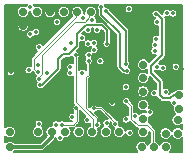
<source format=gbr>
%FSLAX35Y35*%
%MOIN*%
G04 EasyPC Gerber Version 18.0.9 Build 3640 *
%ADD96C,0.00300*%
%ADD10C,0.00500*%
%ADD14C,0.00800*%
%ADD15C,0.01200*%
%ADD95C,0.01400*%
%ADD12C,0.02800*%
X0Y0D02*
D02*
D10*
X1250Y4290D02*
G75*
G02X4439Y4080I1500J-1540D01*
G01*
X12821*
X15124Y6383*
G75*
G02X16697Y9939I1626J1406*
G01*
G75*
G02X19128Y11283I1417J307*
G01*
G75*
G02X21113Y11323I1014J-1037*
G01*
X23378*
G75*
G02X22187Y12750I259J1427*
G01*
G75*
G02X23946Y14167I1450*
G01*
Y14618*
G75*
G02X24191Y16811I1057J992*
G01*
X24099Y16900*
G75*
G02X23779Y17657I738J757*
G01*
Y26179*
G75*
G02X21922Y28394I-843J1180*
G01*
G75*
G02X23779Y30602I1041J1009*
G01*
Y32358*
G75*
G02X23431Y32992I1057J992*
G01*
X23235Y32796*
G75*
G02X22422Y32459I-813J813*
G01*
X21037*
X20058Y31481*
Y28833*
G75*
G02X19721Y28020I-1150J0*
G01*
X14250Y22550*
G75*
G02X13809Y22274I-813J813*
G01*
G75*
G02X11708Y24260I-972J1076*
G01*
G75*
G02X11558Y26520I829J1190*
G01*
G75*
G02X10744Y27448I578J1330*
G01*
X10424Y27767*
G75*
G02X7635Y28324I-1339J557*
G01*
G75*
G02X9779Y29597I1450*
G01*
Y32151*
G75*
G02X10090Y32900I1057*
G01*
X11874Y34680*
G75*
G02X11061Y35982I637J1303*
G01*
G75*
G02X13815Y36615I1450*
G01*
X23614Y46390*
G75*
G02X23130Y47750I1666J1360*
G01*
G75*
G02X27430I2150*
G01*
G75*
G02X27379Y47286I-2150J1*
G01*
G75*
G02X27663Y47236I-111J-1447*
G01*
G75*
G02X27600Y47750I2087J515*
G01*
G75*
G02X31900I2150*
G01*
G75*
G02X31173Y46138I-2150*
G01*
G75*
G02X31678Y44582I-886J-1148*
G01*
X33386*
G75*
G02X34199Y44245I0J-1150*
G01*
X36002Y42443*
G75*
G02X36339Y41630I-813J-813*
G01*
Y37843*
G75*
G02X36465Y37250I-1323J-593*
G01*
G75*
G02X33565I-1450*
G01*
G75*
G02X34039Y38322I1450*
G01*
Y41154*
X33309Y41883*
G75*
G02X33317Y41740I-1443J-143*
G01*
G75*
G02X30417I-1450*
G01*
G75*
G02X30522Y42282I1450J0*
G01*
X30150*
G75*
G02X27446Y41242I-1374J-462*
G01*
X26803Y40598*
G75*
G02X28033Y38500I-66J-1448*
G01*
G75*
G02X29729Y38331I732J-1252*
G01*
G75*
G02X32284Y37393I1105J-939*
G01*
G75*
G02X31860Y36368I-1450*
G01*
G75*
G02X30349Y33924I-924J-1118*
G01*
G75*
G02X30077Y32360I-1331J-574*
G01*
G75*
G02X29937Y30213I-1041J-1010*
G01*
Y26850*
G75*
G02X29673Y26214I-900J0*
G01*
X29201Y25742*
Y16219*
X29406Y16015*
G75*
G02X31938Y16520I1395J-394*
G01*
X33183*
G75*
G02X33819Y16256I0J-900*
G01*
X38046Y12030*
G75*
G02X39276Y9900I-50J-1449*
G01*
G75*
G02X41375Y8077I-26J-2150*
G01*
G75*
G02X44141Y7469I1316J-609*
G01*
G75*
G02X41293Y7081I-1450*
G01*
G75*
G02X37100Y7750I-2043J669*
G01*
G75*
G02X37640Y9175I2150*
G01*
G75*
G02X36591Y10939I356J1406*
G01*
X36407Y11123*
G75*
G02X35957Y9580I-1383J-434*
G01*
G75*
G02X36947Y7770I-1160J-1810*
G01*
G75*
G02X32647I-2150*
G01*
G75*
G02X33930Y9737I2150*
G01*
G75*
G02X35458Y12072I1094J952*
G01*
X32810Y14720*
X31938*
G75*
G02X31196Y14225I-1137J900*
G01*
X32337Y13083*
G75*
G02X32601Y12446I-636J-637*
G01*
Y11539*
G75*
G02X32130Y8813I-665J-1289*
G01*
G75*
G02X32400Y7770I-1880J-1043*
G01*
G75*
G02X28100I-2150*
G01*
G75*
G02X29427Y9756I2150*
G01*
Y10590*
G75*
G02X27137Y11772I-840J1182*
G01*
G75*
G02X28002Y13099I1450J0*
G01*
X26226Y14829*
G75*
G02X26061Y14618I-1221J782*
G01*
Y11289*
G75*
G02X25763Y10553I-1057*
G01*
X24996Y9763*
G75*
G02X27900Y7750I754J-2013*
G01*
G75*
G02X23600I-2150*
G01*
G75*
G02X24183Y9222I2150*
G01*
G75*
G02X24010Y9208I-172J1043*
G01*
X22830*
G75*
G02X20951Y5621I-1580J-1458*
G01*
G75*
G02X18052Y5679I-1449J58*
G01*
G75*
G02X18054Y5750I1453J3*
G01*
G75*
G02X17705Y5146I-1304J350*
G01*
X14335Y1776*
G75*
G02X13380Y1380I-954J955*
G01*
X4407*
G75*
G02X4290Y1250I-1657J1369*
G01*
X45210*
G75*
G02X44600Y2750I1540J1500*
G01*
G75*
G02X48750Y3539I2150*
G01*
G75*
G02X49507Y4505I2000J-789*
G01*
Y7666*
X49378Y7796*
G75*
G02X49378Y7750I-2156J-41*
G01*
G75*
G02X45078I-2150*
G01*
G75*
G02X45483Y9006I2150*
G01*
X45339*
G75*
G02X44591Y9315J1057*
G01*
X42734Y11172*
G75*
G02X40060Y11949I-1224J777*
G01*
G75*
G02X42116Y13266I1450*
G01*
Y15995*
X41546Y16560*
G75*
G02X40137Y18010I41J1450*
G01*
G75*
G02X43036Y18061I1450*
G01*
X43918Y17185*
G75*
G02X44231Y16435I-745J-750*
G01*
Y14525*
G75*
G02X45727Y13759I210J-1435*
G01*
G75*
G02X48008Y14265I1531J-1509*
G01*
G75*
G02X48101Y14776I1450J-1*
G01*
G75*
G02X45100Y16750I-851J1974*
G01*
G75*
G02X49400I2150*
G01*
G75*
G02X49110Y15672I-2150*
G01*
G75*
G02X50908Y14264I348J-1408*
G01*
G75*
G02X49331Y12820I-1450*
G01*
G75*
G02X49030Y11032I-2074J-570*
G01*
G75*
G02X49354Y10811I-423J-969*
G01*
X51313Y8852*
G75*
G02X51622Y8104I-748J-748*
G01*
Y4715*
G75*
G02X52756Y3524I-872J-1965*
G01*
G75*
G02X56900Y2720I1994J-804*
G01*
G75*
G02X56319Y1250I-2150*
G01*
X60250*
Y5710*
G75*
G02X56750Y6461I-1500J1540*
G01*
G75*
G02X52600Y7250I-2000J789*
G01*
G75*
G02X56750Y8039I2150*
G01*
G75*
G02X60250Y8790I2000J-789*
G01*
Y10196*
G75*
G02X56614Y11750I-1486J1554*
G01*
G75*
G02X57929Y13731I2150*
G01*
G75*
G02X57230Y16163I1321J1696*
G01*
G75*
G02X56133Y17569I353J1406*
G01*
G75*
G02X56134Y17639I1450J3*
G01*
X53961*
G75*
G02X53036Y18022I0J1307*
G01*
X51894Y19164*
G75*
G02X51691Y19428I925J926*
G01*
G75*
G02X49430Y20630I-811J1202*
G01*
G75*
G02X51511Y21935I1450*
G01*
Y23907*
X49381Y26038*
G75*
G02X49400Y25750I-2132J-287*
G01*
G75*
G02X45100I-2150*
G01*
G75*
G02X48480Y27513I2150*
G01*
Y28488*
G75*
G02X45098Y30250I-1232J1762*
G01*
G75*
G02X49214Y31121I2150*
G01*
X51544Y33377*
G75*
G02X50068Y35824I-526J1351*
G01*
G75*
G02X50319Y38020I1058J991*
G01*
G75*
G02X52210Y40108I1201J813*
G01*
Y43004*
G75*
G02X51316Y45737I-267J1425*
G01*
X51295Y45757*
G75*
G02X49932Y47205I87J1447*
G01*
G75*
G02X52163Y48426I1450*
G01*
G75*
G02X52621Y48129I-467J-1221*
G01*
X53654Y47096*
G75*
G02X56166Y48349I1419J300*
G01*
G75*
G02X58600Y47283I983J-1066*
G01*
G75*
G02X56056Y46331I-1450*
G01*
G75*
G02X54619Y46020I-983J1066*
G01*
G75*
G02X54825Y45315I-1101J-705*
G01*
Y33469*
G75*
G02X54427Y32529I-1307*
G01*
X52445Y30610*
G75*
G02X52828Y30293I-719J-1259*
G01*
G75*
G02X55217Y29189I939J-1105*
G01*
G75*
G02X52666Y28246I-1450*
G01*
G75*
G02X51095Y28045I-939J1105*
G01*
Y28022*
X53743Y25373*
G75*
G02X54126Y24449I-924J-925*
G01*
Y22448*
G75*
G02X56002Y20497I563J-1336*
G01*
X56519Y21015*
G75*
G02X57445Y21400I926J-923*
G01*
X57589*
G75*
G02X60250Y22019I1707J-1307*
G01*
Y50203*
X34411*
G75*
G02X34737Y49388I-1120J-921*
G01*
G75*
G02X36363Y48139I188J-1438*
G01*
X42224Y42277*
G75*
G02X42561Y41464I-813J-813*
G01*
Y31333*
G75*
G02X42467Y29456I-1150J-883*
G01*
G75*
G02X43287Y28150I-630J-1306*
G01*
G75*
G02X40954Y27000I-1450*
G01*
X40737*
G75*
G02X39924Y27337I0J1150*
G01*
X38624Y28637*
G75*
G02X38287Y29450I813J813*
G01*
Y40193*
X32478Y46002*
G75*
G02X32141Y46815I813J813*
G01*
Y48398*
G75*
G02X32172Y50203I1150J883*
G01*
X10722*
G75*
G02X10970Y49754I-1126J-913*
G01*
G75*
G02X13900Y47750I780J-2004*
G01*
G75*
G02X9600I-2150*
G01*
G75*
G02X9602Y47839I2149J-3*
G01*
G75*
G02X9398Y47853I-5J1450*
G01*
G75*
G02X9400Y47750I-2150J-101*
G01*
G75*
G02X5100I-2150*
G01*
G75*
G02X8200Y49679I2150*
G01*
G75*
G02X8470Y50203I1396J-389*
G01*
X1250*
Y9290*
G75*
G02X4900Y7750I1500J-1540*
G01*
G75*
G02X1250Y6210I-2150*
G01*
Y4290*
X1643Y27736D02*
G75*
G02X4543I1450D01*
G01*
G75*
G02X1643I-1450*
G01*
X5100Y43250D02*
G75*
G02X9400I2150D01*
G01*
G75*
G02X5100I-2150*
G01*
X10200Y41613D02*
G75*
G02X12987Y41050I1336J-563D01*
G01*
G75*
G02X10901Y39747I-1450*
G01*
G75*
G02X8115Y40310I-1336J563*
G01*
G75*
G02X10200Y41613I1450*
G01*
X11294Y9676D02*
G75*
G02X11015Y10531I1171J856D01*
G01*
G75*
G02X13915I1450*
G01*
G75*
G02X13490Y9506I-1450*
G01*
G75*
G02X14400Y7750I-1240J-1756*
G01*
G75*
G02X10100I-2150*
G01*
G75*
G02X11294Y9676I2150*
G01*
X14084Y47750D02*
G75*
G02X18384I2150D01*
G01*
G75*
G02X14084I-2150*
G01*
X17087Y44350D02*
G75*
G02X19987I1450D01*
G01*
G75*
G02X17087I-1450*
G01*
X18600Y47750D02*
G75*
G02X22900I2150D01*
G01*
G75*
G02X18600I-2150*
G01*
X31486Y31357D02*
G75*
G02X34386I1450D01*
G01*
G75*
G02X31486I-1450*
G01*
X35512Y17538D02*
G75*
G02X38412I1450D01*
G01*
G75*
G02X35512I-1450*
G01*
X40020Y22701D02*
G75*
G02X42920I1450D01*
G01*
G75*
G02X40020I-1450*
G01*
X41015Y48719D02*
G75*
G02X43915I1450D01*
G01*
G75*
G02X41015I-1450*
G01*
X45100Y21250D02*
G75*
G02X49400I2150D01*
G01*
G75*
G02X45100I-2150*
G01*
X56664Y29498D02*
G75*
G02X59564I1450D01*
G01*
G75*
G02X56664I-1450*
G01*
X1250Y27736D02*
G36*
Y9290D01*
G75*
G02X4631Y8791I1500J-1540*
G01*
X10369*
G75*
G02X11294Y9676I1881J-1041*
G01*
G75*
G02X11015Y10531I1171J856*
G01*
G75*
G02X13915I1450*
G01*
G75*
G02X13490Y9506I-1450*
G01*
G75*
G02X14131Y8791I-1240J-1756*
G01*
X14847*
G75*
G02X16697Y9939I1903J-1001*
G01*
G75*
G02X19128Y11283I1417J307*
G01*
G75*
G02X21113Y11323I1014J-1037*
G01*
X23378*
G75*
G02X22187Y12750I259J1427*
G01*
G75*
G02X23946Y14167I1450*
G01*
Y14618*
G75*
G02X24191Y16811I1057J992*
G01*
X24099Y16900*
G75*
G02X23779Y17657I738J757*
G01*
Y26179*
G75*
G02X21922Y28394I-843J1180*
G01*
G75*
G02X23779Y30602I1041J1009*
G01*
Y32358*
G75*
G02X23431Y32992I1057J992*
G01*
X23235Y32796*
G75*
G02X22422Y32459I-813J813*
G01*
X21037*
X20058Y31481*
Y28833*
G75*
G02X19721Y28020I-1150J0*
G01*
X14250Y22550*
G75*
G02X13809Y22274I-813J813*
G01*
G75*
G02X11708Y24260I-972J1076*
G01*
G75*
G02X11558Y26520I829J1190*
G01*
G75*
G02X10744Y27448I578J1330*
G01*
X10424Y27767*
G75*
G02X7760Y27736I-1339J557*
G01*
X4543*
G75*
G02X1643I-1450*
G01*
X1250*
G37*
X1643D02*
G36*
G75*
G02X4543I1450D01*
G01*
X7760*
G75*
G02X7635Y28324I1326J588*
G01*
G75*
G02X9779Y29597I1450*
G01*
Y32151*
G75*
G02X10090Y32900I1057*
G01*
X11874Y34680*
G75*
G02X11061Y35982I637J1303*
G01*
G75*
G02X13815Y36615I1450*
G01*
X17890Y40680*
X12939*
G75*
G02X10901Y39747I-1402J370*
G01*
G75*
G02X8115Y40310I-1336J563*
G01*
G75*
G02X8163Y40680I1450*
G01*
X1250*
Y27736*
X1643*
G37*
X1250Y43250D02*
G36*
Y40680D01*
X8163*
G75*
G02X10200Y41613I1402J-370*
G01*
G75*
G02X12987Y41050I1336J-563*
G01*
G75*
G02X12939Y40680I-1450*
G01*
X17890*
X20466Y43250*
X19481*
G75*
G02X17592I-945J1100*
G01*
X9400*
G75*
G02X5100I-2150*
G01*
X1250*
G37*
X5100D02*
G36*
G75*
G02X9400I2150D01*
G01*
X17592*
G75*
G02X17087Y44350I945J1100*
G01*
G75*
G02X19987I1450*
G01*
G75*
G02X19481Y43250I-1450*
G01*
X20466*
X23614Y46390*
G75*
G02X23130Y47750I1666J1360*
G01*
X22900*
G75*
G02X18600I-2150*
G01*
X18384*
G75*
G02X14084I-2150*
G01*
X13900*
G75*
G02X9600I-2150*
G01*
G75*
G02X9602Y47839I2149J-3*
G01*
G75*
G02X9398Y47853I-5J1450*
G01*
G75*
G02X9400Y47750I-2150J-101*
G01*
G75*
G02X5100I-2150*
G01*
G75*
G02X8200Y49679I2150*
G01*
G75*
G02X8470Y50203I1396J-389*
G01*
X1250*
Y43250*
X5100*
G37*
X4631Y8791D02*
G36*
G75*
G02X4900Y7750I-1881J-1041D01*
G01*
G75*
G02X1250Y6210I-2150*
G01*
Y4290*
G75*
G02X4439Y4080I1500J-1540*
G01*
X12821*
X15124Y6383*
G75*
G02X14847Y8791I1626J1406*
G01*
X14131*
G75*
G02X14400Y7750I-1881J-1041*
G01*
G75*
G02X10100I-2150*
G01*
G75*
G02X10369Y8791I2150J0*
G01*
X4631*
G37*
X14084Y47750D02*
G36*
G75*
G02X18384I2150D01*
G01*
X18600*
G75*
G02X22900I2150*
G01*
X23130*
G75*
G02X27430I2150*
G01*
G75*
G02X27379Y47286I-2150J1*
G01*
G75*
G02X27663Y47236I-111J-1447*
G01*
G75*
G02X27600Y47750I2087J515*
G01*
G75*
G02X31900I2150*
G01*
G75*
G02X31173Y46138I-2150*
G01*
G75*
G02X31678Y44582I-886J-1148*
G01*
X33386*
G75*
G02X34199Y44245I0J-1150*
G01*
X36002Y42443*
G75*
G02X36339Y41630I-813J-813*
G01*
Y37843*
G75*
G02X36465Y37250I-1323J-593*
G01*
G75*
G02X33565I-1450*
G01*
G75*
G02X34039Y38322I1450*
G01*
Y41154*
X33309Y41883*
G75*
G02X33317Y41740I-1443J-143*
G01*
G75*
G02X30417I-1450*
G01*
G75*
G02X30522Y42282I1450J0*
G01*
X30150*
G75*
G02X27446Y41242I-1374J-462*
G01*
X26803Y40598*
G75*
G02X28033Y38500I-66J-1448*
G01*
G75*
G02X29729Y38331I732J-1252*
G01*
G75*
G02X32284Y37393I1105J-939*
G01*
G75*
G02X31860Y36368I-1450*
G01*
G75*
G02X30349Y33924I-924J-1118*
G01*
G75*
G02X30077Y32360I-1331J-574*
G01*
G75*
G02X30487Y31357I-1041J-1010*
G01*
X31486*
G75*
G02X34386I1450*
G01*
X38287*
Y40193*
X32478Y46002*
G75*
G02X32141Y46815I813J813*
G01*
Y48398*
G75*
G02X32172Y50203I1150J883*
G01*
X10722*
G75*
G02X10970Y49754I-1126J-913*
G01*
G75*
G02X13900Y47750I780J-2004*
G01*
X14084*
G37*
X36752D02*
G36*
X42224Y42277D01*
G75*
G02X42561Y41464I-813J-813*
G01*
Y31333*
G75*
G02X42467Y29456I-1150J-883*
G01*
G75*
G02X43287Y28150I-630J-1306*
G01*
G75*
G02X40954Y27000I-1450*
G01*
X40737*
G75*
G02X39924Y27337I0J1150*
G01*
X38624Y28637*
G75*
G02X38287Y29450I813J813*
G01*
Y31357*
X34386*
G75*
G02X31486I-1450*
G01*
X30487*
G75*
G02X29937Y30213I-1450J-7*
G01*
Y26850*
G75*
G02X29673Y26214I-900J0*
G01*
X29201Y25742*
Y22701*
X40020*
G75*
G02X42920I1450*
G01*
X45663*
G75*
G02X48837I1587J-1451*
G01*
X51511*
Y23907*
X49381Y26038*
G75*
G02X49400Y25750I-2132J-287*
G01*
G75*
G02X45100I-2150*
G01*
G75*
G02X48480Y27513I2150*
G01*
Y28488*
G75*
G02X45098Y30250I-1232J1762*
G01*
G75*
G02X49214Y31121I2150*
G01*
X51544Y33377*
G75*
G02X50068Y35824I-526J1351*
G01*
G75*
G02X50319Y38020I1058J991*
G01*
G75*
G02X52210Y40108I1201J813*
G01*
Y43004*
G75*
G02X51316Y45737I-267J1425*
G01*
X51295Y45757*
G75*
G02X49932Y47205I87J1447*
G01*
G75*
G02X50038Y47750I1450J0*
G01*
X43543*
G75*
G02X41386I-1078J969*
G01*
X36752*
G37*
X41386D02*
G36*
G75*
G02X41015Y48719I1078J969D01*
G01*
G75*
G02X43915I1450*
G01*
G75*
G02X43543Y47750I-1450*
G01*
X50038*
G75*
G02X52163Y48426I1344J-545*
G01*
G75*
G02X52621Y48129I-467J-1221*
G01*
X53654Y47096*
G75*
G02X56166Y48349I1419J300*
G01*
G75*
G02X58600Y47283I983J-1066*
G01*
G75*
G02X56056Y46331I-1450*
G01*
G75*
G02X54619Y46020I-983J1066*
G01*
G75*
G02X54825Y45315I-1101J-705*
G01*
Y33469*
G75*
G02X54427Y32529I-1307*
G01*
X52445Y30610*
G75*
G02X52828Y30293I-719J-1259*
G01*
G75*
G02X55184Y29498I939J-1105*
G01*
X56664*
G75*
G02X59564I1450*
G01*
X60250*
Y50203*
X34411*
G75*
G02X34737Y49388I-1120J-921*
G01*
G75*
G02X36363Y48139I188J-1438*
G01*
X36752Y47750*
X41386*
G37*
X29201Y17538D02*
G36*
Y16219D01*
X29406Y16015*
G75*
G02X31938Y16520I1395J-394*
G01*
X33183*
G75*
G02X33819Y16256I0J-900*
G01*
X38046Y12030*
G75*
G02X39276Y9900I-50J-1449*
G01*
G75*
G02X41375Y8077I-26J-2150*
G01*
G75*
G02X44141Y7469I1316J-609*
G01*
G75*
G02X41293Y7081I-1450*
G01*
G75*
G02X37100Y7750I-2043J669*
G01*
G75*
G02X37640Y9175I2150*
G01*
G75*
G02X36591Y10939I356J1406*
G01*
X36407Y11123*
G75*
G02X35957Y9580I-1383J-434*
G01*
G75*
G02X36947Y7770I-1160J-1810*
G01*
G75*
G02X32647I-2150*
G01*
G75*
G02X33930Y9737I2150*
G01*
G75*
G02X35458Y12072I1094J952*
G01*
X32810Y14720*
X31938*
G75*
G02X31196Y14225I-1137J900*
G01*
X32337Y13083*
G75*
G02X32601Y12446I-636J-637*
G01*
Y11539*
G75*
G02X32130Y8813I-665J-1289*
G01*
G75*
G02X32400Y7770I-1880J-1043*
G01*
G75*
G02X28100I-2150*
G01*
G75*
G02X29427Y9756I2150*
G01*
Y10590*
G75*
G02X27137Y11772I-840J1182*
G01*
G75*
G02X28002Y13099I1450J0*
G01*
X26226Y14829*
G75*
G02X26061Y14618I-1221J782*
G01*
Y11289*
G75*
G02X25763Y10553I-1057*
G01*
X24996Y9763*
G75*
G02X27900Y7750I754J-2013*
G01*
G75*
G02X23600I-2150*
G01*
G75*
G02X24183Y9222I2150*
G01*
G75*
G02X24010Y9208I-172J1043*
G01*
X22830*
G75*
G02X20951Y5621I-1580J-1458*
G01*
G75*
G02X18052Y5679I-1449J58*
G01*
G75*
G02X18054Y5750I1453J3*
G01*
G75*
G02X17705Y5146I-1304J350*
G01*
X14335Y1776*
G75*
G02X13380Y1380I-954J955*
G01*
X4407*
G75*
G02X4290Y1250I-1657J1369*
G01*
X45210*
G75*
G02X44600Y2750I1540J1500*
G01*
G75*
G02X48750Y3539I2150*
G01*
G75*
G02X49507Y4505I2000J-789*
G01*
Y7666*
X49378Y7796*
G75*
G02Y7750I-2156J-23*
G01*
G75*
G02X45078I-2150*
G01*
G75*
G02X45483Y9006I2150*
G01*
X45339*
G75*
G02X44591Y9315J1057*
G01*
X42734Y11172*
G75*
G02X40060Y11949I-1224J777*
G01*
G75*
G02X42116Y13266I1450*
G01*
Y15995*
X41546Y16560*
G75*
G02X40215Y17538I41J1450*
G01*
X38412*
G75*
G02X35512I-1450*
G01*
X29201*
G37*
X35512D02*
G36*
G75*
G02X38412I1450D01*
G01*
X40215*
G75*
G02X40137Y18010I1371J471*
G01*
G75*
G02X43036Y18061I1450*
G01*
X43918Y17185*
G75*
G02X44231Y16435I-745J-750*
G01*
Y14525*
G75*
G02X45727Y13759I210J-1435*
G01*
G75*
G02X48008Y14265I1531J-1509*
G01*
G75*
G02X48101Y14776I1450J-1*
G01*
G75*
G02X45100Y16750I-851J1974*
G01*
G75*
G02X49400I2150*
G01*
G75*
G02X49110Y15672I-2150*
G01*
G75*
G02X50908Y14264I348J-1408*
G01*
G75*
G02X49331Y12820I-1450*
G01*
G75*
G02X49030Y11032I-2074J-570*
G01*
G75*
G02X49354Y10811I-423J-969*
G01*
X51313Y8852*
G75*
G02X51622Y8104I-748J-748*
G01*
Y4715*
G75*
G02X52756Y3524I-872J-1965*
G01*
G75*
G02X56900Y2720I1994J-804*
G01*
G75*
G02X56319Y1250I-2150*
G01*
X60250*
Y5710*
G75*
G02X56750Y6461I-1500J1540*
G01*
G75*
G02X52600Y7250I-2000J789*
G01*
G75*
G02X56750Y8039I2150*
G01*
G75*
G02X60250Y8790I2000J-789*
G01*
Y10196*
G75*
G02X56614Y11750I-1486J1554*
G01*
G75*
G02X57929Y13731I2150*
G01*
G75*
G02X57230Y16163I1321J1696*
G01*
G75*
G02X56133Y17569I353J1406*
G01*
G75*
G02X56134Y17639I1450J3*
G01*
X53961*
G75*
G02X53036Y18022I0J1307*
G01*
X51894Y19164*
G75*
G02X51691Y19428I925J926*
G01*
G75*
G02X49430Y20630I-811J1202*
G01*
G75*
G02X51511Y21935I1450*
G01*
Y22701*
X48837*
G75*
G02X49400Y21250I-1587J-1451*
G01*
G75*
G02X45100I-2150*
G01*
G75*
G02X45663Y22701I2150*
G01*
X42920*
G75*
G02X40020I-1450*
G01*
X29201*
Y17538*
X35512*
G37*
X55184Y29498D02*
G36*
G75*
G02X55217Y29189I-1417J-310D01*
G01*
G75*
G02X52666Y28246I-1450*
G01*
G75*
G02X51095Y28045I-939J1105*
G01*
Y28022*
X53743Y25373*
G75*
G02X54126Y24449I-924J-925*
G01*
Y22448*
G75*
G02X56002Y20497I563J-1336*
G01*
X56519Y21015*
G75*
G02X57445Y21400I926J-923*
G01*
X57589*
G75*
G02X60250Y22019I1707J-1307*
G01*
Y29498*
X59564*
G75*
G02X56664I-1450*
G01*
X55184*
G37*
X25195Y34755D02*
G75*
G02X25894Y32358I-358J-1405D01*
G01*
Y28558*
G75*
G02X28137Y28364I1043J-1008*
G01*
Y30213*
G75*
G02X27977Y32340I900J1137*
G01*
G75*
G02X29605Y34676I1041J1010*
G01*
G75*
G02X29911Y36275I1331J574*
G01*
G75*
G02X29870Y36309I917J1114*
G01*
G75*
G02X27469Y37898I-1105J939*
G01*
G75*
G02X26246Y37785I-732J1252*
G01*
Y36283*
G75*
G02X25909Y35470I-1150J0*
G01*
X25195Y34755*
G36*
G75*
G02X25894Y32358I-358J-1405*
G01*
Y28558*
G75*
G02X28137Y28364I1043J-1008*
G01*
Y30213*
G75*
G02X27977Y32340I900J1137*
G01*
G75*
G02X29605Y34676I1041J1010*
G01*
G75*
G02X29911Y36275I1331J574*
G01*
G75*
G02X29870Y36309I917J1114*
G01*
G75*
G02X27469Y37898I-1105J939*
G01*
G75*
G02X26246Y37785I-732J1252*
G01*
Y36283*
G75*
G02X25909Y35470I-1150J0*
G01*
X25195Y34755*
G37*
D02*
D12*
X2750Y2750D03*
Y7750D03*
X7250Y43250D03*
Y47750D03*
X11750D03*
X12250Y7750D03*
X16234Y47750D03*
X16750Y7789D03*
X20750Y47750D03*
X21250Y7750D03*
X25280Y47750D03*
X25750Y7750D03*
X29750Y47750D03*
X30250Y7770D03*
X34797D03*
X39250Y7750D03*
X46750Y2750D03*
X47228Y7750D03*
X47248Y30250D03*
X47250Y16750D03*
Y21250D03*
Y25750D03*
X47258Y12250D03*
X50750Y2750D03*
X54750Y2720D03*
Y7250D03*
X58750Y2750D03*
Y7250D03*
X58764Y11750D03*
X59250Y15427D03*
X59295Y20093D03*
D02*
D14*
X13437Y23363D02*
X18908Y28833D01*
Y31957*
X20560Y33609*
X22422*
X25096Y36283*
Y40518*
X28010Y43432*
X33386*
X35189Y41630*
Y37423*
X33291Y49281D02*
Y46815D01*
X39437Y40669*
Y29450*
X40737Y28150*
X41837*
X41411Y30450D02*
Y41464D01*
X34925Y47950*
X51697Y47205D02*
X53035Y45866D01*
X53518Y45315*
Y34665*
X53400Y34547*
Y33469*
X49787Y29856*
Y27480*
X52819Y24449*
Y20089*
X53961Y18947*
X56303*
Y18951*
X57445Y20093*
X59295*
D02*
D15*
X16750Y7789D02*
Y6100D01*
X13380Y2730*
X2770*
D02*
D95*
X3093Y27736D03*
X3137Y40706D03*
X9085Y28324D03*
X9565Y40310D03*
X9596Y49289D03*
X11537Y41050D03*
X12137Y27850D03*
Y30250D03*
X12270Y13695D03*
X12465Y10531D03*
X12511Y35982D03*
X12537Y25450D03*
X12837Y23350D03*
X15137Y27350D03*
X18114Y10246D03*
X18537Y44350D03*
X19502Y5679D03*
X20142Y10246D03*
X21037Y31250D03*
X21137Y35350D03*
X22937Y27359D03*
X22963Y29404D03*
X23054Y37274D03*
X23137Y23550D03*
X23637Y12750D03*
X24837Y33350D03*
X25004Y15610D03*
X26737Y39150D03*
X26930Y33370D03*
X26937Y27550D03*
X27031Y10207D03*
X27267Y45841D03*
X28587Y11772D03*
X28765Y37248D03*
X28776Y41820D03*
X29018Y33350D03*
X29037Y31350D03*
X30287Y44990D03*
X30801Y15620D03*
X30834Y37393D03*
X30937Y35250D03*
X31867Y41740D03*
X31937Y10250D03*
X32632Y6372D03*
X32934Y37185D03*
X32936Y31357D03*
X33291Y49281D03*
X34925Y47950D03*
X35015Y37250D03*
X35024Y10689D03*
X36962Y17538D03*
X37996Y10581D03*
X41411Y30450D03*
X41470Y22701D03*
X41498Y20333D03*
X41510Y11949D03*
X41587Y18010D03*
X41837Y28150D03*
X42465Y48719D03*
X42691Y7469D03*
X44441Y13091D03*
X49458Y14264D03*
X50880Y20630D03*
X51018Y34728D03*
X51126Y36815D03*
X51382Y47205D03*
X51520Y38833D03*
X51726Y29350D03*
X51943Y44429D03*
X53767Y29189D03*
X54689Y21112D03*
X55073Y47397D03*
X57150Y47283D03*
X57583Y17569D03*
X58114Y29498D03*
X60024Y28740D03*
D02*
D96*
X2770Y2730D02*
X2750Y2750D01*
X12137Y27850D02*
X11837D01*
X10837Y28850*
Y32151*
X10871*
X24886Y46165*
Y47356*
X25280Y47750*
X12537Y25450D02*
Y26150D01*
X13437Y27050*
Y33550*
X24397Y44511*
X27828*
X29305Y45988*
Y47305*
X29750Y47750*
X12837Y23350D02*
Y23363D01*
X13437*
X24837Y33350D02*
X24984D01*
Y17657*
X30484Y12157*
Y8004*
X30250Y7770*
X25004Y15610D02*
X25033D01*
Y11289*
X24010Y10266*
Y10246*
X20142*
X29037Y31350D02*
Y26850D01*
X28301Y26115*
Y15846*
X31701Y12446*
Y10250*
X31937*
X30801Y15620D02*
X33183D01*
X37996Y10807*
Y10581*
X35189Y37423D02*
X35015Y37250D01*
X41587Y18010D02*
X41598D01*
X43173Y16435*
Y12228*
X45339Y10063*
X48606*
X50565Y8104*
Y2935*
X50750Y2750*
X51382Y47205D02*
X51697D01*
X0Y0D02*
M02*

</source>
